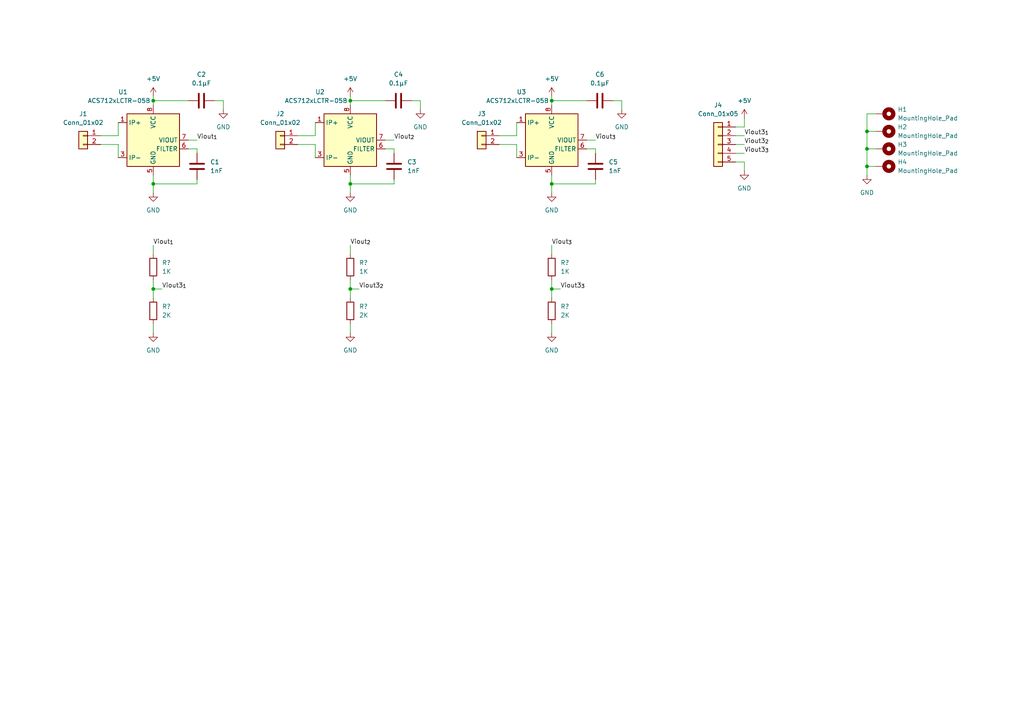
<source format=kicad_sch>
(kicad_sch (version 20211123) (generator eeschema)
  (paper "A4")
  (title_block (title "PCB voor PoAB slimme baken") (date "2023-03-12"))
  (lib_symbols
    (symbol "Connector_Generic:Conn_01x02" (pin_names (offset 1.016) hide)
      (property "Reference" "J" (at 0 2.54 0))
      (property "Value" "Conn_01x02" (at 0 -5.08 0))
      (symbol "Conn_01x02_1_1"
        (rectangle (start -1.27 -2.413) (end 0 -2.667) (stroke (width 0.1524)))
        (rectangle (start -1.27 0.127) (end 0 -0.127) (stroke (width 0.1524)))
        (rectangle (start -1.27 1.27) (end 1.27 -3.81) (stroke (width 0.254)) (fill (type background)))
        (pin passive line (at -5.08 0 0) (length 3.81) (name "Pin_1") (number "1"))
        (pin passive line (at -5.08 -2.54 0) (length 3.81) (name "Pin_2") (number "2"))
      )
    )
    (symbol "Connector_Generic:Conn_01x05" (pin_names (offset 1.016) hide)
      (property "Reference" "J" (at 0 7.62 0))
      (property "Value" "Conn_01x05" (at 0 -7.62 0))
      (symbol "Conn_01x05_1_1"
        (rectangle (start -1.27 -4.953) (end 0 -5.207) (stroke (width 0.1524)))
        (rectangle (start -1.27 -2.413) (end 0 -2.667) (stroke (width 0.1524)))
        (rectangle (start -1.27 0.127) (end 0 -0.127) (stroke (width 0.1524)))
        (rectangle (start -1.27 2.667) (end 0 2.413) (stroke (width 0.1524)))
        (rectangle (start -1.27 5.207) (end 0 4.953) (stroke (width 0.1524)))
        (rectangle (start -1.27 6.35) (end 1.27 -6.35) (stroke (width 0.254)) (fill (type background)))
        (pin passive line (at -5.08 5.08 0) (length 3.81) (name "Pin_1") (number "1"))
        (pin passive line (at -5.08 2.54 0) (length 3.81) (name "Pin_2") (number "2"))
        (pin passive line (at -5.08 0 0) (length 3.81) (name "Pin_3") (number "3"))
        (pin passive line (at -5.08 -2.54 0) (length 3.81) (name "Pin_4") (number "4"))
        (pin passive line (at -5.08 -5.08 0) (length 3.81) (name "Pin_5") (number "5"))
      )
    )
    (symbol "Device:C" (pin_numbers hide) (pin_names (offset 0.254))
      (property "Reference" "C" (at 0.635 2.54 0))
      (property "Value" "C" (at 0.635 -2.54 0))
      (symbol "C_0_1"
        (polyline (pts (xy -2.032 -0.762) (xy 2.032 -0.762)) (stroke (width 0.508)))
        (polyline (pts (xy -2.032 0.762) (xy 2.032 0.762)) (stroke (width 0.508)))
      )
      (symbol "C_1_1"
        (pin passive line (at 0 3.81 270) (length 2.794) (name "~") (number "1"))
        (pin passive line (at 0 -3.81 90) (length 2.794) (name "~") (number "2"))
      )
    )
    (symbol "Device:R" (pin_numbers hide) (pin_names (offset 0))
      (property "Reference" "R" (at 2.032 0 90))
      (property "Value" "R" (at 0 0 90))
      (symbol "R_0_1"
        (rectangle (start -1.016 -2.54) (end 1.016 2.54) (stroke (width 0.254)))
      )
      (symbol "R_1_1"
        (pin passive line (at 0 3.81 270) (length 1.27) (name "~") (number "1"))
        (pin passive line (at 0 -3.81 90) (length 1.27) (name "~") (number "2"))
      )
    )
    (symbol "Mechanical:MountingHole_Pad" (pin_numbers hide) (pin_names (offset 1.016) hide)
      (property "Reference" "H" (at 0 6.35 0))
      (property "Value" "MountingHole_Pad" (at 0 4.445 0))
      (symbol "MountingHole_Pad_0_1"
        (circle (center 0 1.27) (radius 1.27) (stroke (width 1.27)))
      )
      (symbol "MountingHole_Pad_1_1"
        (pin input line (at 0 -2.54 90) (length 2.54) (name "1") (number "1"))
      )
    )
    (symbol "Sensor_Current:ACS712xLCTR-05B"
      (property "Reference" "U" (at 2.54 11.43 0))
      (property "Value" "ACS712xLCTR-05B" (at 2.54 8.89 0))
      (symbol "ACS712xLCTR-05B_0_1"
        (rectangle (start -7.62 7.62) (end 7.62 -7.62) (stroke (width 0.254)) (fill (type background)))
      )
      (symbol "ACS712xLCTR-05B_1_1"
        (pin passive line (at -10.16 5.08 0) (length 2.54) (name "IP+") (number "1"))
        (pin passive line (at -10.16 5.08 0) (length 2.54) hide (name "IP+") (number "2"))
        (pin passive line (at -10.16 -5.08 0) (length 2.54) (name "IP-") (number "3"))
        (pin passive line (at -10.16 -5.08 0) (length 2.54) hide (name "IP-") (number "4"))
        (pin power_in line (at 0 -10.16 90) (length 2.54) (name "GND") (number "5"))
        (pin passive line (at 10.16 -2.54 180) (length 2.54) (name "FILTER") (number "6"))
        (pin output line (at 10.16 0 180) (length 2.54) (name "VIOUT") (number "7"))
        (pin power_in line (at 0 10.16 270) (length 2.54) (name "VCC") (number "8"))
      )
    )
    (symbol "power:+5V" (power) (pin_names (offset 0))
      (property "Value" "+5V" (at 0 3.556 0))
      (symbol "+5V_0_1"
        (polyline (pts (xy -0.762 1.27) (xy 0 2.54)))
        (polyline (pts (xy 0 0) (xy 0 2.54)))
        (polyline (pts (xy 0 2.54) (xy 0.762 1.27)))
      )
      (symbol "+5V_1_1"
        (pin power_in line (at 0 0 90) (length 0) hide (name "+5V") (number "1"))
      )
    )
    (symbol "power:GND" (power) (pin_names (offset 0))
      (property "Value" "GND" (at 0 -3.81 0))
      (symbol "GND_0_1"
        (polyline (pts (xy 0 0) (xy 0 -1.27) (xy 1.27 -1.27) (xy 0 -2.54) (xy -1.27 -1.27) (xy 0 -1.27)))
      )
      (symbol "GND_1_1"
        (pin power_in line (at 0 0 270) (length 0) hide (name "GND") (number "1"))
      )
    )
  )
  (junction (at 160.02 83.82))
  (junction (at 44.45 53.34))
  (junction (at 251.46 48.26))
  (junction (at 251.46 43.18))
  (junction (at 44.45 29.21))
  (junction (at 44.45 83.82))
  (junction (at 160.02 53.34))
  (junction (at 101.6 53.34))
  (junction (at 101.6 83.82))
  (junction (at 160.02 29.21))
  (junction (at 251.46 38.1))
  (junction (at 101.6 29.21))
  (wire (pts (xy 44.45 29.21) (xy 44.45 30.48)))
  (wire (pts (xy 144.78 41.91) (xy 149.86 41.91)))
  (wire (pts (xy 62.23 29.21) (xy 64.77 29.21)))
  (wire (pts (xy 172.72 52.07) (xy 172.72 53.34)))
  (wire (pts (xy 101.6 53.34) (xy 101.6 55.88)))
  (wire (pts (xy 215.9 46.99) (xy 213.36 46.99)))
  (wire (pts (xy 44.45 83.82) (xy 44.45 86.36)))
  (wire (pts (xy 44.45 71.12) (xy 44.45 73.66)))
  (wire (pts (xy 101.6 71.12) (xy 101.6 73.66)))
  (wire (pts (xy 29.21 41.91) (xy 34.29 41.91)))
  (wire (pts (xy 160.02 29.21) (xy 160.02 30.48)))
  (wire (pts (xy 111.76 40.64) (xy 114.3 40.64)))
  (wire (pts (xy 160.02 50.8) (xy 160.02 53.34)))
  (wire (pts (xy 149.86 41.91) (xy 149.86 45.72)))
  (wire (pts (xy 91.44 41.91) (xy 91.44 45.72)))
  (wire (pts (xy 254 38.1) (xy 251.46 38.1)))
  (wire (pts (xy 160.02 71.12) (xy 160.02 73.66)))
  (wire (pts (xy 29.21 39.37) (xy 34.29 39.37)))
  (wire (pts (xy 57.15 43.18) (xy 57.15 44.45)))
  (wire (pts (xy 54.61 40.64) (xy 57.15 40.64)))
  (wire (pts (xy 44.45 81.28) (xy 44.45 83.82)))
  (wire (pts (xy 86.36 41.91) (xy 91.44 41.91)))
  (wire (pts (xy 44.45 53.34) (xy 44.45 55.88)))
  (wire (pts (xy 44.45 93.98) (xy 44.45 96.52)))
  (wire (pts (xy 160.02 83.82) (xy 160.02 86.36)))
  (wire (pts (xy 101.6 83.82) (xy 104.14 83.82)))
  (wire (pts (xy 101.6 27.94) (xy 101.6 29.21)))
  (wire (pts (xy 44.45 29.21) (xy 54.61 29.21)))
  (wire (pts (xy 86.36 39.37) (xy 91.44 39.37)))
  (wire (pts (xy 91.44 35.56) (xy 91.44 39.37)))
  (wire (pts (xy 170.18 40.64) (xy 172.72 40.64)))
  (wire (pts (xy 251.46 48.26) (xy 254 48.26)))
  (wire (pts (xy 101.6 83.82) (xy 101.6 86.36)))
  (wire (pts (xy 160.02 93.98) (xy 160.02 96.52)))
  (wire (pts (xy 44.45 53.34) (xy 57.15 53.34)))
  (wire (pts (xy 101.6 29.21) (xy 101.6 30.48)))
  (wire (pts (xy 111.76 43.18) (xy 114.3 43.18)))
  (wire (pts (xy 57.15 52.07) (xy 57.15 53.34)))
  (wire (pts (xy 44.45 50.8) (xy 44.45 53.34)))
  (wire (pts (xy 251.46 43.18) (xy 251.46 48.26)))
  (wire (pts (xy 251.46 38.1) (xy 251.46 43.18)))
  (wire (pts (xy 180.34 31.75) (xy 180.34 29.21)))
  (wire (pts (xy 160.02 29.21) (xy 170.18 29.21)))
  (wire (pts (xy 215.9 36.83) (xy 213.36 36.83)))
  (wire (pts (xy 149.86 35.56) (xy 149.86 39.37)))
  (wire (pts (xy 34.29 35.56) (xy 34.29 39.37)))
  (wire (pts (xy 254 43.18) (xy 251.46 43.18)))
  (wire (pts (xy 119.38 29.21) (xy 121.92 29.21)))
  (wire (pts (xy 121.92 31.75) (xy 121.92 29.21)))
  (wire (pts (xy 170.18 43.18) (xy 172.72 43.18)))
  (wire (pts (xy 101.6 93.98) (xy 101.6 96.52)))
  (wire (pts (xy 54.61 43.18) (xy 57.15 43.18)))
  (wire (pts (xy 160.02 53.34) (xy 160.02 55.88)))
  (wire (pts (xy 172.72 43.18) (xy 172.72 44.45)))
  (wire (pts (xy 44.45 83.82) (xy 46.99 83.82)))
  (wire (pts (xy 101.6 29.21) (xy 111.76 29.21)))
  (wire (pts (xy 114.3 43.18) (xy 114.3 44.45)))
  (wire (pts (xy 213.36 39.37) (xy 215.9 39.37)))
  (wire (pts (xy 251.46 50.8) (xy 251.46 48.26)))
  (wire (pts (xy 34.29 41.91) (xy 34.29 45.72)))
  (wire (pts (xy 160.02 27.94) (xy 160.02 29.21)))
  (wire (pts (xy 213.36 44.45) (xy 215.9 44.45)))
  (wire (pts (xy 213.36 41.91) (xy 215.9 41.91)))
  (wire (pts (xy 101.6 53.34) (xy 114.3 53.34)))
  (wire (pts (xy 114.3 52.07) (xy 114.3 53.34)))
  (wire (pts (xy 64.77 31.75) (xy 64.77 29.21)))
  (wire (pts (xy 101.6 50.8) (xy 101.6 53.34)))
  (wire (pts (xy 251.46 33.02) (xy 251.46 38.1)))
  (wire (pts (xy 44.45 27.94) (xy 44.45 29.21)))
  (wire (pts (xy 101.6 81.28) (xy 101.6 83.82)))
  (wire (pts (xy 215.9 34.29) (xy 215.9 36.83)))
  (wire (pts (xy 160.02 83.82) (xy 162.56 83.82)))
  (wire (pts (xy 160.02 81.28) (xy 160.02 83.82)))
  (wire (pts (xy 254 33.02) (xy 251.46 33.02)))
  (wire (pts (xy 215.9 49.53) (xy 215.9 46.99)))
  (wire (pts (xy 160.02 53.34) (xy 172.72 53.34)))
  (wire (pts (xy 177.8 29.21) (xy 180.34 29.21)))
  (wire (pts (xy 144.78 39.37) (xy 149.86 39.37)))
  (label "Viout3_{2}" (at 104.14 83.82 0))
  (label "Viout_{3}" (at 160.02 71.12 0))
  (label "Viout3_{1}" (at 215.9 39.37 0))
  (label "Viout3_{3}" (at 215.9 44.45 0))
  (label "Viout_{1}" (at 57.15 40.64 0))
  (label "Viout3_{3}" (at 162.56 83.82 0))
  (label "Viout3_{1}" (at 46.99 83.82 0))
  (label "Viout_{2}" (at 101.6 71.12 0))
  (label "Viout_{1}" (at 44.45 71.12 0))
  (label "Viout_{3}" (at 172.72 40.64 0))
  (label "Viout_{2}" (at 114.3 40.64 0))
  (label "Viout3_{2}" (at 215.9 41.91 0))
  (symbol (lib_id "power:GND") (at 44.45 96.52 0) (unit 1)
    (property "Reference" "#PWR?" (effects hide))
    (property "Value" "GND" (at 44.45 101.6 0))
  )
  (symbol (lib_id "Device:R") (at 160.02 77.47 0) (unit 1)
    (property "Reference" "R?" (at 162.56 76.1999 0) (effects (justify left)))
    (property "Value" "1K" (at 162.56 78.7399 0) (effects (justify left)))
  )
  (symbol (lib_id "power:GND") (at 121.92 31.75 0) (unit 1)
    (property "Reference" "#PWR06" (effects hide))
    (property "Value" "GND" (at 121.92 36.83 0))
  )
  (symbol (lib_id "Connector_Generic:Conn_01x05") (at 208.28 41.91 0) (mirror y) (unit 1)
    (property "Reference" "J4" (at 208.28 30.48 0))
    (property "Value" "Conn_01x05" (at 208.28 33.02 0))
  )
  (symbol (lib_id "Device:C") (at 58.42 29.21 270) (unit 1)
    (property "Reference" "C2" (at 58.42 21.59 90))
    (property "Value" "0.1µF" (at 58.42 24.13 90))
  )
  (symbol (lib_id "power:+5V") (at 101.6 27.94 0) (unit 1)
    (property "Reference" "#PWR04" (effects hide))
    (property "Value" "+5V" (at 101.6 22.86 0))
  )
  (symbol (lib_id "Device:C") (at 114.3 48.26 0) (unit 1)
    (property "Reference" "C3" (at 118.11 46.9899 0) (effects (justify left)))
    (property "Value" "1nF" (at 118.11 49.5299 0) (effects (justify left)))
  )
  (symbol (lib_id "power:GND") (at 251.46 50.8 0) (unit 1)
    (property "Reference" "#PWR012" (effects hide))
    (property "Value" "GND" (at 251.46 55.88 0))
  )
  (symbol (lib_id "Connector_Generic:Conn_01x02") (at 81.28 39.37 0) (mirror y) (unit 1)
    (property "Reference" "J2" (at 81.28 33.02 0))
    (property "Value" "Conn_01x02" (at 81.28 35.56 0))
  )
  (symbol (lib_id "power:GND") (at 44.45 55.88 0) (unit 1)
    (property "Reference" "#PWR02" (effects hide))
    (property "Value" "GND" (at 44.45 60.96 0))
  )
  (symbol (lib_id "Device:R") (at 44.45 77.47 0) (unit 1)
    (property "Reference" "R?" (at 46.99 76.1999 0) (effects (justify left)))
    (property "Value" "1K" (at 46.99 78.7399 0) (effects (justify left)))
  )
  (symbol (lib_id "power:+5V") (at 44.45 27.94 0) (unit 1)
    (property "Reference" "#PWR01" (effects hide))
    (property "Value" "+5V" (at 44.45 22.86 0))
  )
  (symbol (lib_id "power:GND") (at 180.34 31.75 0) (unit 1)
    (property "Reference" "#PWR09" (effects hide))
    (property "Value" "GND" (at 180.34 36.83 0))
  )
  (symbol (lib_id "Device:C") (at 173.99 29.21 270) (unit 1)
    (property "Reference" "C6" (at 173.99 21.59 90))
    (property "Value" "0.1µF" (at 173.99 24.13 90))
  )
  (symbol (lib_id "Mechanical:MountingHole_Pad") (at 256.54 43.18 270) (unit 1)
    (property "Reference" "H3" (at 260.35 41.9099 90) (effects (justify left)))
    (property "Value" "MountingHole_Pad" (at 260.35 44.4499 90) (effects (justify left)))
  )
  (symbol (lib_id "Sensor_Current:ACS712xLCTR-05B") (at 101.6 40.64 0) (unit 1)
    (property "Reference" "U2" (at 91.44 26.67 0) (effects (justify left)))
    (property "Value" "ACS712xLCTR-05B" (at 82.55 29.21 0) (effects (justify left)))
    (property "Footprint" "Package_SO:SOIC-8_3.9x4.9mm_P1.27mm" (effects hide))
    (property "Datasheet" "http://www.allegromicro.com/~/media/Files/Datasheets/ACS712-Datasheet.ashx?la=en" (effects hide))
  )
  (symbol (lib_id "power:+5V") (at 160.02 27.94 0) (unit 1)
    (property "Reference" "#PWR07" (effects hide))
    (property "Value" "+5V" (at 160.02 22.86 0))
  )
  (symbol (lib_id "Device:C") (at 115.57 29.21 270) (unit 1)
    (property "Reference" "C4" (at 115.57 21.59 90))
    (property "Value" "0.1µF" (at 115.57 24.13 90))
  )
  (symbol (lib_id "Device:C") (at 57.15 48.26 0) (unit 1)
    (property "Reference" "C1" (at 60.96 46.9899 0) (effects (justify left)))
    (property "Value" "1nF" (at 60.96 49.5299 0) (effects (justify left)))
  )
  (symbol (lib_id "power:GND") (at 160.02 55.88 0) (unit 1)
    (property "Reference" "#PWR08" (effects hide))
    (property "Value" "GND" (at 160.02 60.96 0))
  )
  (symbol (lib_id "Mechanical:MountingHole_Pad") (at 256.54 33.02 270) (unit 1)
    (property "Reference" "H1" (at 260.35 31.7499 90) (effects (justify left)))
    (property "Value" "MountingHole_Pad" (at 260.35 34.2899 90) (effects (justify left)))
  )
  (symbol (lib_id "Device:C") (at 172.72 48.26 0) (unit 1)
    (property "Reference" "C5" (at 176.53 46.9899 0) (effects (justify left)))
    (property "Value" "1nF" (at 176.53 49.5299 0) (effects (justify left)))
  )
  (symbol (lib_id "power:GND") (at 215.9 49.53 0) (unit 1)
    (property "Reference" "#PWR011" (effects hide))
    (property "Value" "GND" (at 215.9 54.61 0))
  )
  (symbol (lib_id "power:GND") (at 101.6 96.52 0) (unit 1)
    (property "Reference" "#PWR?" (effects hide))
    (property "Value" "GND" (at 101.6 101.6 0))
  )
  (symbol (lib_id "Device:R") (at 101.6 90.17 0) (unit 1)
    (property "Reference" "R?" (at 104.14 88.8999 0) (effects (justify left)))
    (property "Value" "2K" (at 104.14 91.4399 0) (effects (justify left)))
  )
  (symbol (lib_id "Sensor_Current:ACS712xLCTR-05B") (at 160.02 40.64 0) (unit 1)
    (property "Reference" "U3" (at 149.86 26.67 0) (effects (justify left)))
    (property "Value" "ACS712xLCTR-05B" (at 140.97 29.21 0) (effects (justify left)))
    (property "Footprint" "Package_SO:SOIC-8_3.9x4.9mm_P1.27mm" (effects hide))
    (property "Datasheet" "http://www.allegromicro.com/~/media/Files/Datasheets/ACS712-Datasheet.ashx?la=en" (effects hide))
  )
  (symbol (lib_id "Device:R") (at 44.45 90.17 0) (unit 1)
    (property "Reference" "R?" (at 46.99 88.8999 0) (effects (justify left)))
    (property "Value" "2K" (at 46.99 91.4399 0) (effects (justify left)))
  )
  (symbol (lib_id "Sensor_Current:ACS712xLCTR-05B") (at 44.45 40.64 0) (unit 1)
    (property "Reference" "U1" (at 34.29 26.67 0) (effects (justify left)))
    (property "Value" "ACS712xLCTR-05B" (at 25.4 29.21 0) (effects (justify left)))
    (property "Footprint" "Package_SO:SOIC-8_3.9x4.9mm_P1.27mm" (effects hide))
    (property "Datasheet" "http://www.allegromicro.com/~/media/Files/Datasheets/ACS712-Datasheet.ashx?la=en" (effects hide))
  )
  (symbol (lib_id "Connector_Generic:Conn_01x02") (at 24.13 39.37 0) (mirror y) (unit 1)
    (property "Reference" "J1" (at 24.13 33.02 0))
    (property "Value" "Conn_01x02" (at 24.13 35.56 0))
  )
  (symbol (lib_id "Device:R") (at 160.02 90.17 0) (unit 1)
    (property "Reference" "R?" (at 162.56 88.8999 0) (effects (justify left)))
    (property "Value" "2K" (at 162.56 91.4399 0) (effects (justify left)))
  )
  (symbol (lib_id "Mechanical:MountingHole_Pad") (at 256.54 48.26 270) (unit 1)
    (property "Reference" "H4" (at 260.35 46.9899 90) (effects (justify left)))
    (property "Value" "MountingHole_Pad" (at 260.35 49.5299 90) (effects (justify left)))
  )
  (symbol (lib_id "Connector_Generic:Conn_01x02") (at 139.7 39.37 0) (mirror y) (unit 1)
    (property "Reference" "J3" (at 139.7 33.02 0))
    (property "Value" "Conn_01x02" (at 139.7 35.56 0))
  )
  (symbol (lib_id "power:+5V") (at 215.9 34.29 0) (unit 1)
    (property "Reference" "#PWR010" (effects hide))
    (property "Value" "+5V" (at 215.9 29.21 0))
  )
  (symbol (lib_id "Mechanical:MountingHole_Pad") (at 256.54 38.1 270) (unit 1)
    (property "Reference" "H2" (at 260.35 36.8299 90) (effects (justify left)))
    (property "Value" "MountingHole_Pad" (at 260.35 39.3699 90) (effects (justify left)))
  )
  (symbol (lib_id "Device:R") (at 101.6 77.47 0) (unit 1)
    (property "Reference" "R?" (at 104.14 76.1999 0) (effects (justify left)))
    (property "Value" "1K" (at 104.14 78.7399 0) (effects (justify left)))
  )
  (symbol (lib_id "power:GND") (at 64.77 31.75 0) (unit 1)
    (property "Reference" "#PWR03" (effects hide))
    (property "Value" "GND" (at 64.77 36.83 0))
  )
  (symbol (lib_id "power:GND") (at 160.02 96.52 0) (unit 1)
    (property "Reference" "#PWR?" (effects hide))
    (property "Value" "GND" (at 160.02 101.6 0))
  )
  (symbol (lib_id "power:GND") (at 101.6 55.88 0) (unit 1)
    (property "Reference" "#PWR05" (effects hide))
    (property "Value" "GND" (at 101.6 60.96 0))
  )
)
</source>
